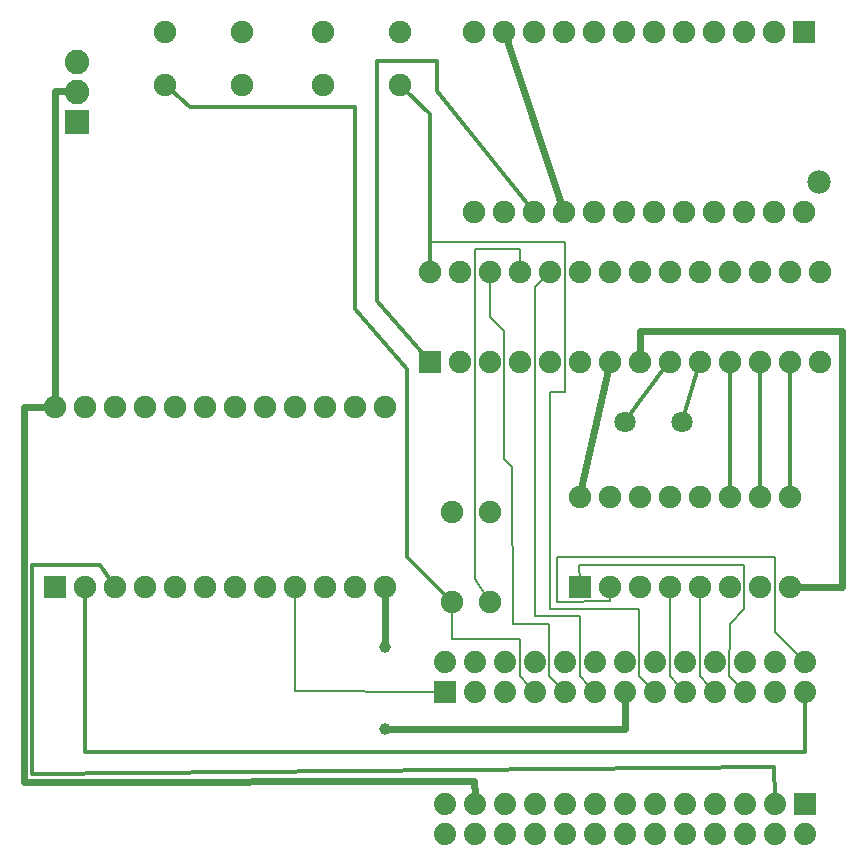
<source format=gbl>
G04 MADE WITH FRITZING*
G04 WWW.FRITZING.ORG*
G04 DOUBLE SIDED*
G04 HOLES PLATED*
G04 CONTOUR ON CENTER OF CONTOUR VECTOR*
%ASAXBY*%
%FSLAX23Y23*%
%MOIN*%
%OFA0B0*%
%SFA1.0B1.0*%
%ADD10C,0.074000*%
%ADD11C,0.075000*%
%ADD12C,0.082000*%
%ADD13C,0.070925*%
%ADD14C,0.070866*%
%ADD15C,0.078000*%
%ADD16C,0.039370*%
%ADD17R,0.074000X0.074000*%
%ADD18R,0.075000X0.075000*%
%ADD19R,0.082000X0.082000*%
%ADD20C,0.024000*%
%ADD21C,0.012000*%
%ADD22C,0.008000*%
%LNCOPPER0*%
G90*
G70*
G54D10*
X2648Y186D03*
X2548Y186D03*
X2448Y186D03*
X2348Y186D03*
X2248Y186D03*
X2148Y186D03*
X2048Y186D03*
X1948Y186D03*
X1848Y186D03*
X1748Y186D03*
X1648Y186D03*
X1548Y186D03*
X1448Y186D03*
X2648Y286D03*
X2548Y286D03*
X2448Y286D03*
X2348Y286D03*
X2248Y286D03*
X2148Y286D03*
X2048Y286D03*
X1948Y286D03*
X1848Y286D03*
X1748Y286D03*
X1648Y286D03*
X1548Y286D03*
X1448Y286D03*
X1448Y761D03*
X1548Y761D03*
X1648Y761D03*
X1748Y761D03*
X1848Y761D03*
X1948Y761D03*
X2048Y761D03*
X2148Y761D03*
X2248Y761D03*
X2348Y761D03*
X2448Y761D03*
X2548Y761D03*
X2648Y761D03*
X1448Y661D03*
X1548Y661D03*
X1648Y661D03*
X1748Y661D03*
X1848Y661D03*
X1948Y661D03*
X2048Y661D03*
X2148Y661D03*
X2248Y661D03*
X2348Y661D03*
X2448Y661D03*
X2548Y661D03*
X2648Y661D03*
G54D11*
X1398Y1761D03*
X1398Y2061D03*
X1498Y1761D03*
X1498Y2061D03*
X1598Y1761D03*
X1598Y2061D03*
X1698Y1761D03*
X1698Y2061D03*
X1798Y1761D03*
X1798Y2061D03*
X1898Y1761D03*
X1898Y2061D03*
X1998Y1761D03*
X1998Y2061D03*
X2098Y1761D03*
X2098Y2061D03*
X2198Y1761D03*
X2198Y2061D03*
X2298Y1761D03*
X2298Y2061D03*
X2398Y1761D03*
X2398Y2061D03*
X2498Y1761D03*
X2498Y2061D03*
X2598Y1761D03*
X2598Y2061D03*
X2698Y1761D03*
X2698Y2061D03*
X2646Y2859D03*
X2646Y2259D03*
X2546Y2859D03*
X2546Y2259D03*
X2446Y2859D03*
X2446Y2259D03*
X2346Y2859D03*
X2346Y2259D03*
X2246Y2859D03*
X2246Y2259D03*
X2146Y2859D03*
X2146Y2259D03*
X2046Y2859D03*
X2046Y2259D03*
X1946Y2859D03*
X1946Y2259D03*
X1846Y2859D03*
X1846Y2259D03*
X1746Y2859D03*
X1746Y2259D03*
X1646Y2859D03*
X1646Y2259D03*
X1546Y2859D03*
X1546Y2259D03*
X148Y1011D03*
X148Y1611D03*
X248Y1011D03*
X248Y1611D03*
X348Y1011D03*
X348Y1611D03*
X448Y1011D03*
X448Y1611D03*
X548Y1011D03*
X548Y1611D03*
X648Y1011D03*
X648Y1611D03*
X748Y1011D03*
X748Y1611D03*
X848Y1011D03*
X848Y1611D03*
X948Y1011D03*
X948Y1611D03*
X1048Y1011D03*
X1048Y1611D03*
X1148Y1011D03*
X1148Y1611D03*
X1248Y1011D03*
X1248Y1611D03*
G54D12*
X223Y2561D03*
X223Y2661D03*
X223Y2761D03*
G54D13*
X2241Y1561D03*
G54D14*
X2048Y1561D03*
G54D11*
X1898Y1011D03*
X1898Y1311D03*
X1998Y1011D03*
X1998Y1311D03*
X2098Y1011D03*
X2098Y1311D03*
X2198Y1011D03*
X2198Y1311D03*
X2298Y1011D03*
X2298Y1311D03*
X2398Y1011D03*
X2398Y1311D03*
X2498Y1011D03*
X2498Y1311D03*
X2598Y1011D03*
X2598Y1311D03*
X773Y2684D03*
X517Y2684D03*
X773Y2861D03*
X517Y2861D03*
X1298Y2682D03*
X1042Y2682D03*
X1298Y2859D03*
X1042Y2859D03*
X1598Y961D03*
X1598Y1261D03*
X1473Y961D03*
X1473Y1261D03*
G54D15*
X2696Y2359D03*
G54D16*
X1248Y536D03*
X1248Y811D03*
G54D17*
X2648Y286D03*
X1448Y661D03*
G54D18*
X1398Y1761D03*
X2646Y2859D03*
X148Y1011D03*
G54D19*
X223Y2561D03*
G54D18*
X1898Y1011D03*
G54D20*
X191Y2662D02*
X149Y2662D01*
D02*
X149Y2662D02*
X148Y1640D01*
G54D21*
D02*
X2061Y1578D02*
X2184Y1743D01*
D02*
X2247Y1582D02*
X2292Y1739D01*
G54D20*
D02*
X1904Y1339D02*
X1992Y1733D01*
G54D22*
D02*
X2630Y779D02*
X2549Y860D01*
D02*
X2430Y679D02*
X2397Y712D01*
D02*
X2230Y680D02*
X2199Y712D01*
D02*
X2330Y679D02*
X2298Y712D01*
G54D21*
D02*
X2399Y1737D02*
X2398Y1334D01*
D02*
X2399Y1738D02*
X2399Y1737D01*
D02*
X2499Y1737D02*
X2498Y1334D01*
D02*
X2498Y1738D02*
X2499Y1737D01*
D02*
X2598Y1738D02*
X2598Y1737D01*
D02*
X2598Y1737D02*
X2598Y1334D01*
D02*
X1151Y1938D02*
X1151Y2611D01*
D02*
X1151Y2611D02*
X599Y2611D01*
D02*
X1324Y1737D02*
X1151Y1938D01*
D02*
X1324Y1110D02*
X1324Y1737D01*
D02*
X599Y2611D02*
X534Y2669D01*
D02*
X1457Y977D02*
X1324Y1110D01*
D02*
X1383Y1779D02*
X1224Y1962D01*
G54D22*
D02*
X1598Y2038D02*
X1599Y1911D01*
D02*
X1782Y2044D02*
X1749Y2010D01*
G54D21*
D02*
X2547Y410D02*
X72Y387D01*
D02*
X2548Y312D02*
X2547Y410D01*
D02*
X72Y1085D02*
X299Y1085D01*
D02*
X299Y1085D02*
X335Y1030D01*
D02*
X72Y387D02*
X72Y1085D01*
D02*
X248Y461D02*
X248Y988D01*
D02*
X2649Y460D02*
X248Y461D01*
D02*
X2649Y562D02*
X2649Y460D01*
D02*
X2648Y636D02*
X2649Y562D01*
D02*
X1315Y2666D02*
X1398Y2586D01*
D02*
X1398Y2586D02*
X1398Y2084D01*
G54D22*
D02*
X1398Y2160D02*
X1849Y2160D01*
D02*
X1798Y937D02*
X2097Y936D01*
D02*
X1849Y2160D02*
X1849Y1661D01*
D02*
X1798Y1661D02*
X1798Y937D01*
D02*
X1849Y1661D02*
X1798Y1661D01*
D02*
X1398Y2084D02*
X1398Y2160D01*
D02*
X2097Y936D02*
X2097Y712D01*
D02*
X2097Y712D02*
X2130Y679D01*
G54D20*
D02*
X47Y361D02*
X47Y1610D01*
D02*
X47Y1610D02*
X120Y1611D01*
D02*
X1547Y362D02*
X47Y361D01*
D02*
X1548Y317D02*
X1547Y362D01*
G54D22*
D02*
X1998Y962D02*
X1998Y988D01*
D02*
X1823Y960D02*
X1998Y962D01*
D02*
X1823Y1110D02*
X1823Y960D01*
D02*
X2550Y1110D02*
X1823Y1110D01*
G54D21*
D02*
X1423Y2662D02*
X1732Y2277D01*
D02*
X1423Y2762D02*
X1423Y2662D01*
D02*
X1224Y2762D02*
X1423Y2762D01*
G54D22*
D02*
X1899Y712D02*
X1930Y680D01*
D02*
X1899Y913D02*
X1899Y712D01*
D02*
X1897Y1085D02*
X1898Y1034D01*
D02*
X2447Y1085D02*
X1897Y1085D01*
D02*
X2399Y886D02*
X2447Y937D01*
D02*
X2397Y712D02*
X2399Y886D01*
D02*
X2447Y937D02*
X2447Y1085D01*
D02*
X2199Y712D02*
X2198Y988D01*
D02*
X2298Y712D02*
X2298Y988D01*
D02*
X1797Y712D02*
X1830Y679D01*
D02*
X1797Y886D02*
X1797Y712D01*
D02*
X1675Y886D02*
X1797Y886D01*
D02*
X1749Y912D02*
X1899Y913D01*
D02*
X1647Y1862D02*
X1647Y1437D01*
D02*
X1647Y1437D02*
X1673Y1411D01*
D02*
X1673Y1411D02*
X1675Y886D01*
D02*
X1599Y1911D02*
X1647Y1862D01*
G54D20*
D02*
X1837Y2287D02*
X1655Y2832D01*
G54D22*
D02*
X1749Y2010D02*
X1749Y912D01*
G54D21*
D02*
X1224Y1962D02*
X1224Y2762D01*
G54D22*
D02*
X2549Y860D02*
X2550Y1110D01*
G54D20*
D02*
X2774Y1862D02*
X2098Y1862D01*
D02*
X2098Y1862D02*
X2098Y1790D01*
D02*
X2774Y1011D02*
X2774Y1862D01*
D02*
X2627Y1011D02*
X2774Y1011D01*
G54D22*
D02*
X1698Y837D02*
X1698Y712D01*
D02*
X1698Y712D02*
X1730Y679D01*
D02*
X1473Y837D02*
X1698Y837D01*
D02*
X1473Y938D02*
X1473Y837D01*
D02*
X1423Y661D02*
X949Y662D01*
D02*
X949Y662D02*
X948Y988D01*
D02*
X1548Y1037D02*
X1585Y980D01*
D02*
X1548Y2138D02*
X1548Y1037D01*
D02*
X1698Y2138D02*
X1548Y2138D01*
D02*
X1698Y2084D02*
X1698Y2138D01*
G54D20*
D02*
X2048Y536D02*
X1267Y536D01*
D02*
X2048Y630D02*
X2048Y536D01*
D02*
X1248Y830D02*
X1248Y983D01*
G04 End of Copper0*
M02*
</source>
